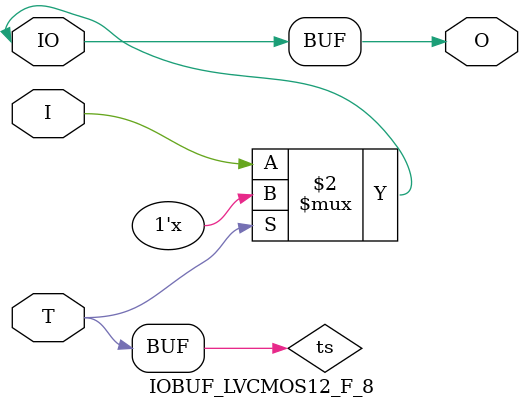
<source format=v>

/*

FUNCTION	: INPUT TRI-STATE OUTPUT BUFFER

*/

`celldefine
`timescale  100 ps / 10 ps

module IOBUF_LVCMOS12_F_8 (O, IO, I, T);

    output O;

    inout  IO;

    input  I, T;

    or O1 (ts, 1'b0, T);
    bufif0 T1 (IO, I, ts);

    buf B1 (O, IO);

endmodule

</source>
